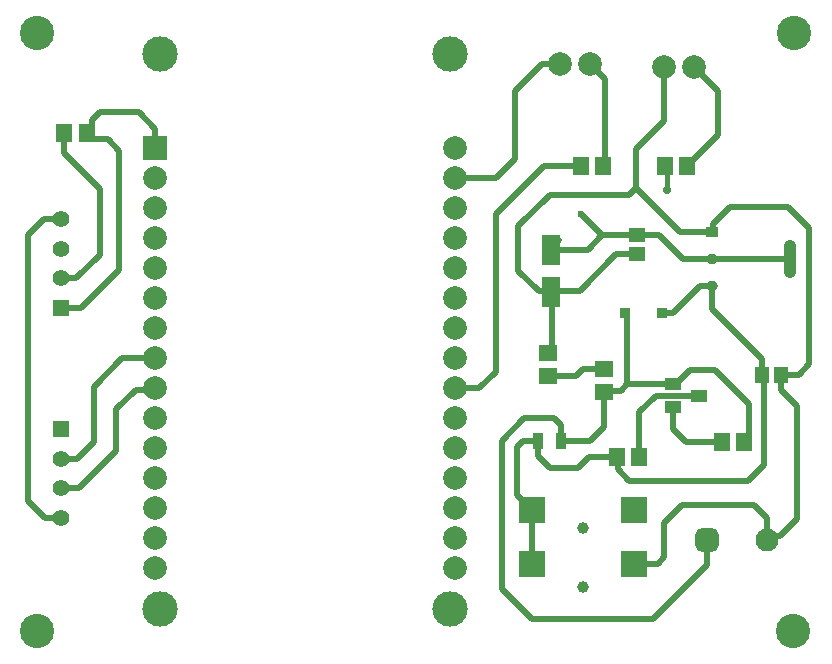
<source format=gtl>
G04*
G04 #@! TF.GenerationSoftware,Altium Limited,Altium Designer,24.0.1 (36)*
G04*
G04 Layer_Physical_Order=1*
G04 Layer_Color=255*
%FSLAX44Y44*%
%MOMM*%
G71*
G04*
G04 #@! TF.SameCoordinates,FD3C0853-ED46-42AC-B4CA-2F3423561DDA*
G04*
G04*
G04 #@! TF.FilePolarity,Positive*
G04*
G01*
G75*
%ADD16R,2.2000X2.2000*%
%ADD17R,1.4000X1.5500*%
%ADD18R,1.4562X1.3046*%
%ADD19R,1.6000X2.6000*%
%ADD20R,1.3500X1.5500*%
%ADD21R,1.0043X0.8721*%
G04:AMPARAMS|DCode=22|XSize=1.0043mm|YSize=0.8721mm|CornerRadius=0.4361mm|HoleSize=0mm|Usage=FLASHONLY|Rotation=0.000|XOffset=0mm|YOffset=0mm|HoleType=Round|Shape=RoundedRectangle|*
%AMROUNDEDRECTD22*
21,1,1.0043,0.0000,0,0,0.0*
21,1,0.1322,0.8721,0,0,0.0*
1,1,0.8721,0.0661,0.0000*
1,1,0.8721,-0.0661,0.0000*
1,1,0.8721,-0.0661,0.0000*
1,1,0.8721,0.0661,0.0000*
%
%ADD22ROUNDEDRECTD22*%
G04:AMPARAMS|DCode=23|XSize=1.0043mm|YSize=3.1821mm|CornerRadius=0.4369mm|HoleSize=0mm|Usage=FLASHONLY|Rotation=0.000|XOffset=0mm|YOffset=0mm|HoleType=Round|Shape=RoundedRectangle|*
%AMROUNDEDRECTD23*
21,1,1.0043,2.3084,0,0,0.0*
21,1,0.1306,3.1821,0,0,0.0*
1,1,0.8737,0.0653,-1.1542*
1,1,0.8737,-0.0653,-1.1542*
1,1,0.8737,-0.0653,1.1542*
1,1,0.8737,0.0653,1.1542*
%
%ADD23ROUNDEDRECTD23*%
%ADD24R,1.3046X1.4562*%
%ADD25R,0.9000X0.9500*%
%ADD26R,0.9500X1.4500*%
%ADD27R,1.4000X1.0000*%
%ADD28R,1.5500X1.3500*%
%ADD35C,1.4000*%
%ADD36R,1.4000X1.4000*%
%ADD43C,2.0000*%
%ADD47C,0.5000*%
%ADD48C,0.3810*%
%ADD49C,1.0000*%
G04:AMPARAMS|DCode=50|XSize=1.95mm|YSize=1.95mm|CornerRadius=0.4875mm|HoleSize=0mm|Usage=FLASHONLY|Rotation=0.000|XOffset=0mm|YOffset=0mm|HoleType=Round|Shape=RoundedRectangle|*
%AMROUNDEDRECTD50*
21,1,1.9500,0.9750,0,0,0.0*
21,1,0.9750,1.9500,0,0,0.0*
1,1,0.9750,0.4875,-0.4875*
1,1,0.9750,-0.4875,-0.4875*
1,1,0.9750,-0.4875,0.4875*
1,1,0.9750,0.4875,0.4875*
%
%ADD50ROUNDEDRECTD50*%
%ADD51C,1.9500*%
%ADD52C,3.0000*%
%ADD53R,2.0000X2.0000*%
%ADD54C,2.9000*%
%ADD55C,0.6000*%
%ADD56C,0.7112*%
D16*
X889910Y709210D02*
D03*
X803910D02*
D03*
Y664210D02*
D03*
X889910D02*
D03*
D17*
X964590Y767080D02*
D03*
X983590D02*
D03*
X845210Y1000760D02*
D03*
X864210D02*
D03*
X875690Y754380D02*
D03*
X894690D02*
D03*
X916330Y1000760D02*
D03*
X935330D02*
D03*
D18*
X892810Y926224D02*
D03*
Y942340D02*
D03*
D19*
X820420Y929860D02*
D03*
Y893860D02*
D03*
D20*
X408080Y1028700D02*
D03*
X427580D02*
D03*
D21*
X956310Y944920D02*
D03*
D22*
Y922020D02*
D03*
Y899120D02*
D03*
D23*
X1022210Y922020D02*
D03*
D24*
X1015168Y824230D02*
D03*
X999052D02*
D03*
D25*
X882650Y876300D02*
D03*
X914150D02*
D03*
D26*
X828490Y768350D02*
D03*
X808990D02*
D03*
D27*
X945720Y806450D02*
D03*
X923720Y796950D02*
D03*
Y815950D02*
D03*
D28*
X864870Y809810D02*
D03*
Y829310D02*
D03*
X817880Y823370D02*
D03*
Y842870D02*
D03*
D35*
X405580Y955710D02*
D03*
Y930710D02*
D03*
Y905710D02*
D03*
Y703110D02*
D03*
Y728110D02*
D03*
Y753110D02*
D03*
D36*
Y880710D02*
D03*
Y778110D02*
D03*
D43*
X739140Y660400D02*
D03*
Y685800D02*
D03*
Y711200D02*
D03*
Y736600D02*
D03*
Y762000D02*
D03*
Y787400D02*
D03*
Y812800D02*
D03*
Y838200D02*
D03*
Y863600D02*
D03*
Y889000D02*
D03*
Y914400D02*
D03*
Y939800D02*
D03*
Y965200D02*
D03*
Y990600D02*
D03*
Y1016000D02*
D03*
X485140Y660400D02*
D03*
Y685800D02*
D03*
Y711200D02*
D03*
Y736600D02*
D03*
Y762000D02*
D03*
Y787400D02*
D03*
Y812800D02*
D03*
Y838200D02*
D03*
Y863600D02*
D03*
Y889000D02*
D03*
Y914400D02*
D03*
Y939800D02*
D03*
Y965200D02*
D03*
Y990600D02*
D03*
X941070Y1084580D02*
D03*
X915670D02*
D03*
X853440Y1087120D02*
D03*
X828040D02*
D03*
D47*
X1013694Y687304D02*
X1028700Y702310D01*
Y797560D01*
X1002500Y684530D02*
X1005275Y687304D01*
X1013694D01*
X408080Y1011780D02*
X438150Y981710D01*
X418030Y905710D02*
X438150Y925830D01*
Y981710D01*
X405580Y905710D02*
X418030D01*
X454660Y913130D02*
Y1013460D01*
X422240Y880710D02*
X454660Y913130D01*
X405580Y880710D02*
X422240D01*
X444670Y1023450D02*
X454660Y1013460D01*
X431830Y1023450D02*
X444670D01*
X438150Y1046480D02*
X471170D01*
X427580Y1028700D02*
X431528Y1032648D01*
Y1039858D02*
X438150Y1046480D01*
X431528Y1032648D02*
Y1039858D01*
X485140Y1016000D02*
Y1032510D01*
X471170Y1046480D02*
X485140Y1032510D01*
X431800Y1023480D02*
X431830Y1023450D01*
X427580Y1028700D02*
X431800D01*
Y1023480D02*
Y1028700D01*
X408080Y1011780D02*
Y1028700D01*
X876633Y743887D02*
X886460Y734060D01*
X986790D02*
X1000760Y748030D01*
X886460Y734060D02*
X986790D01*
X1038860Y833120D02*
Y948690D01*
X1021080Y966470D02*
X1038860Y948690D01*
X1029970Y824230D02*
X1038860Y833120D01*
X971550Y966470D02*
X1021080D01*
X957103Y952023D02*
X971550Y966470D01*
X792480Y911860D02*
Y949960D01*
Y911860D02*
X809677Y894663D01*
X819617D02*
X820420Y893860D01*
X809677Y894663D02*
X819617D01*
X773430Y960120D02*
X814070Y1000760D01*
X759460Y812800D02*
X773430Y826770D01*
Y960120D01*
X739140Y812800D02*
X759460D01*
X911860Y942340D02*
X932180Y922020D01*
X892810Y942340D02*
X911860D01*
X932180Y922020D02*
X956310D01*
X875690Y754380D02*
X876633Y753437D01*
Y743887D02*
Y753437D01*
X961390Y1026820D02*
Y1064260D01*
X941070Y1084580D02*
X961390Y1064260D01*
X935330Y1000760D02*
X961390Y1026820D01*
X915670Y1038860D02*
Y1084580D01*
X892175Y982345D02*
Y1015365D01*
X915670Y1038860D01*
X886460Y976630D02*
X892175Y982345D01*
X819150Y976630D02*
X886460D01*
X929600Y944920D02*
X956310D01*
X892175Y982345D02*
X929600Y944920D01*
X1002900Y691965D02*
Y702710D01*
X930910Y713740D02*
X991870D01*
X1002900Y702710D01*
X906780Y617220D02*
X952500Y662940D01*
X803910Y617220D02*
X906780D01*
X952500Y662940D02*
Y684530D01*
X1015168Y811092D02*
X1028700Y797560D01*
X1015168Y811092D02*
Y824230D01*
X916032Y669652D02*
Y698863D01*
X930910Y713740D01*
X791210Y763270D02*
X796290Y768350D01*
X791210Y721910D02*
Y763270D01*
X796290Y768350D02*
X808990D01*
X778510Y642620D02*
Y768350D01*
X797560Y787400D02*
X822960D01*
X778510Y768350D02*
X797560Y787400D01*
X791210Y721910D02*
X803910Y709210D01*
X808990Y755650D02*
Y768221D01*
X852170Y754380D02*
X875690D01*
X843280Y745490D02*
X852170Y754380D01*
X819150Y745490D02*
X843280D01*
X808990Y755650D02*
X819150Y745490D01*
X803910Y664210D02*
Y709210D01*
X956310Y880110D02*
X999052Y837368D01*
X956310Y880110D02*
Y899120D01*
X914150Y876300D02*
X923290D01*
X946110Y899120D02*
X956310D01*
X923290Y876300D02*
X946110Y899120D01*
X999052Y824230D02*
Y837368D01*
Y824230D02*
X1000760Y822522D01*
X958850Y828040D02*
X987400Y799490D01*
X937312Y828040D02*
X958850D01*
X987400Y767080D02*
Y799490D01*
X923720Y815950D02*
X925720D01*
X884530D02*
X923720D01*
X1000760Y748030D02*
Y822522D01*
X822960Y787400D02*
X828490Y781870D01*
Y768350D02*
Y781870D01*
X778510Y642620D02*
X803910Y617220D01*
X929220Y819948D02*
X937312Y828040D01*
X925720Y815950D02*
X929220Y819450D01*
Y819948D01*
X934720Y767080D02*
X968400D01*
X923720Y778080D02*
Y796950D01*
Y778080D02*
X934720Y767080D01*
X884530Y815950D02*
Y874420D01*
X882650Y876300D02*
X884530Y874420D01*
X865653Y810593D02*
X879173D01*
X884530Y815950D01*
X864870Y809810D02*
X865653Y810593D01*
X851120Y929860D02*
X863600Y942340D01*
X820420Y929860D02*
X851120D01*
X820420D02*
Y932030D01*
X826920Y938530D01*
X863600Y942340D02*
X892810D01*
X845820Y960120D02*
X863600Y942340D01*
X956310Y922020D02*
X1022210D01*
X792480Y949960D02*
X819150Y976630D01*
X814070Y1000760D02*
X845210D01*
X820420Y893860D02*
X821910Y895350D01*
X820420Y893860D02*
X821190Y893090D01*
X821910Y895350D02*
X844550D01*
X875424Y926224D02*
X892810D01*
X844550Y895350D02*
X875424Y926224D01*
X821190Y846180D02*
Y893090D01*
X1002500Y684530D02*
Y690735D01*
X1015168Y824230D02*
X1029970D01*
X889910Y664210D02*
X910590D01*
X817880Y842870D02*
X821190Y846180D01*
X910590Y664210D02*
X916032Y669652D01*
X957103Y945714D02*
Y952023D01*
X956310Y944920D02*
X957103Y945714D01*
X864210Y1000760D02*
X866140Y1002690D01*
X853440Y1087120D02*
X866140Y1074420D01*
Y1002690D02*
Y1074420D01*
X812800Y1087120D02*
X828040D01*
X789940Y1007110D02*
Y1064260D01*
X812800Y1087120D01*
X773430Y990600D02*
X789940Y1007110D01*
X739140Y990600D02*
X773430D01*
X377190Y942340D02*
X390560Y955710D01*
X377190Y717550D02*
Y942340D01*
X390560Y955710D02*
X405580D01*
X377190Y717550D02*
X391630Y703110D01*
X405580D01*
X452120Y759460D02*
Y795020D01*
X468587Y811487D01*
X420770Y728110D02*
X452120Y759460D01*
X405580Y728110D02*
X420770D01*
X468587Y811487D02*
X483827D01*
X419100Y753110D02*
X433070Y767080D01*
X405580Y753110D02*
X419100D01*
X433070Y767080D02*
Y814070D01*
X457200Y838200D01*
X485140D01*
X483827Y811487D02*
X485140Y812800D01*
X847188Y829310D02*
X864870D01*
X841248Y823370D02*
X847188Y829310D01*
X817880Y823370D02*
X841248D01*
X908660Y806450D02*
X945720D01*
X894690Y792480D02*
X908660Y806450D01*
X894690Y754380D02*
Y792480D01*
X828490Y768350D02*
X853440D01*
X864870Y779780D01*
Y809810D01*
D48*
X916330Y1000760D02*
X918210Y998880D01*
Y980440D02*
Y998880D01*
D49*
X846910Y694210D02*
D03*
Y644210D02*
D03*
D50*
X952500Y684530D02*
D03*
D51*
X1002500D02*
D03*
D52*
X489340Y1095600D02*
D03*
X734440D02*
D03*
Y626100D02*
D03*
X489340D02*
D03*
D53*
X485140Y1016000D02*
D03*
D54*
X384810Y1113790D02*
D03*
Y607060D02*
D03*
X1024890D02*
D03*
X1026160Y1113790D02*
D03*
D55*
X845820Y960120D02*
D03*
D56*
X918210Y980440D02*
D03*
M02*

</source>
